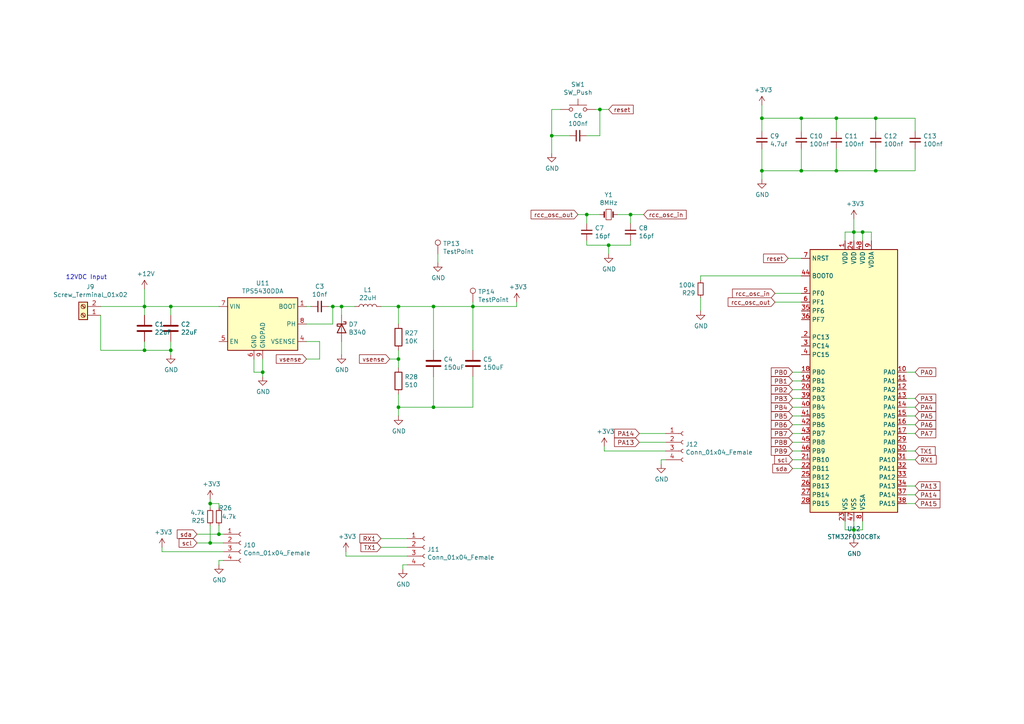
<source format=kicad_sch>
(kicad_sch (version 20230121) (generator eeschema)
  (paper "A4")
  (lib_symbols
    (symbol "Connector:Screw_Terminal_01x02" (pin_names (offset 1.016) hide)
      (property "Reference" "J" (at 0 2.54 0))
      (property "Value" "Screw_Terminal_01x02" (at 0 -5.08 0))
      (symbol "Screw_Terminal_01x02_1_1"
        (rectangle (start -1.27 1.27) (end 1.27 -3.81) (stroke (width 0.254)) (fill (type background)))
        (circle (center 0 -2.54) (radius 0.635) (stroke (width 0.1524)))
        (polyline (pts (xy -0.5334 -2.2098) (xy 0.3302 -3.048)) (stroke (width 0.1524)))
        (polyline (pts (xy -0.5334 0.3302) (xy 0.3302 -0.508)) (stroke (width 0.1524)))
        (polyline (pts (xy -0.3556 -2.032) (xy 0.508 -2.8702)) (stroke (width 0.1524)))
        (polyline (pts (xy -0.3556 0.508) (xy 0.508 -0.3302)) (stroke (width 0.1524)))
        (circle (center 0 0) (radius 0.635) (stroke (width 0.1524)))
        (pin passive line (at -5.08 0 0) (length 3.81) (name "Pin_1") (number "1"))
        (pin passive line (at -5.08 -2.54 0) (length 3.81) (name "Pin_2") (number "2"))
      )
    )
    (symbol "Connector:TestPoint" (pin_numbers hide) (pin_names (offset 0.762) hide)
      (property "Reference" "TP" (at 0 6.858 0))
      (property "Value" "TestPoint" (at 0 5.08 0))
      (symbol "TestPoint_0_1"
        (circle (center 0 3.302) (radius 0.762))
      )
      (symbol "TestPoint_1_1"
        (pin passive line (at 0 0 90) (length 2.54) (name "1") (number "1"))
      )
    )
    (symbol "Device:C" (pin_numbers hide) (pin_names (offset 0.254))
      (property "Reference" "C" (at 0.635 2.54 0))
      (property "Value" "C" (at 0.635 -2.54 0))
      (symbol "C_0_1"
        (polyline (pts (xy -2.032 -0.762) (xy 2.032 -0.762)) (stroke (width 0.508)))
        (polyline (pts (xy -2.032 0.762) (xy 2.032 0.762)) (stroke (width 0.508)))
      )
      (symbol "C_1_1"
        (pin passive line (at 0 3.81 270) (length 2.794) (name "~") (number "1"))
        (pin passive line (at 0 -3.81 90) (length 2.794) (name "~") (number "2"))
      )
    )
    (symbol "Device:C_Small" (pin_numbers hide) (pin_names (offset 0.254) hide)
      (property "Reference" "C" (at 0.254 1.778 0))
      (property "Value" "C_Small" (at 0.254 -2.032 0))
      (symbol "C_Small_0_1"
        (polyline (pts (xy -1.524 -0.508) (xy 1.524 -0.508)) (stroke (width 0.3302)))
        (polyline (pts (xy -1.524 0.508) (xy 1.524 0.508)) (stroke (width 0.3048)))
      )
      (symbol "C_Small_1_1"
        (pin passive line (at 0 2.54 270) (length 2.032) (name "~") (number "1"))
        (pin passive line (at 0 -2.54 90) (length 2.032) (name "~") (number "2"))
      )
    )
    (symbol "Device:Crystal_Small" (pin_numbers hide) (pin_names (offset 1.016) hide)
      (property "Reference" "Y" (at 0 2.54 0))
      (property "Value" "Crystal_Small" (at 0 -2.54 0))
      (symbol "Crystal_Small_0_1"
        (rectangle (start -0.762 -1.524) (end 0.762 1.524))
        (polyline (pts (xy -1.27 -0.762) (xy -1.27 0.762)) (stroke (width 0.381)))
        (polyline (pts (xy 1.27 -0.762) (xy 1.27 0.762)) (stroke (width 0.381)))
      )
      (symbol "Crystal_Small_1_1"
        (pin passive line (at -2.54 0 0) (length 1.27) (name "1") (number "1"))
        (pin passive line (at 2.54 0 180) (length 1.27) (name "2") (number "2"))
      )
    )
    (symbol "Device:L" (pin_numbers hide) (pin_names (offset 1.016) hide)
      (property "Reference" "L" (at -1.27 0 90))
      (property "Value" "L" (at 1.905 0 90))
      (symbol "L_0_1"
        (arc (start 0 -2.54) (mid 0.6323 -1.905) (end 0 -1.27))
        (arc (start 0 -1.27) (mid 0.6323 -0.635) (end 0 0))
        (arc (start 0 0) (mid 0.6323 0.635) (end 0 1.27))
        (arc (start 0 1.27) (mid 0.6323 1.905) (end 0 2.54))
      )
      (symbol "L_1_1"
        (pin passive line (at 0 3.81 270) (length 1.27) (name "1") (number "1"))
        (pin passive line (at 0 -3.81 90) (length 1.27) (name "2") (number "2"))
      )
    )
    (symbol "Device:R" (pin_numbers hide) (pin_names (offset 0))
      (property "Reference" "R" (at 2.032 0 90))
      (property "Value" "R" (at 0 0 90))
      (symbol "R_0_1"
        (rectangle (start -1.016 -2.54) (end 1.016 2.54) (stroke (width 0.254)))
      )
      (symbol "R_1_1"
        (pin passive line (at 0 3.81 270) (length 1.27) (name "~") (number "1"))
        (pin passive line (at 0 -3.81 90) (length 1.27) (name "~") (number "2"))
      )
    )
    (symbol "Device:R_Small" (pin_numbers hide) (pin_names (offset 0.254) hide)
      (property "Reference" "R" (at 0.762 0.508 0))
      (property "Value" "R_Small" (at 0.762 -1.016 0))
      (symbol "R_Small_0_1"
        (rectangle (start -0.762 1.778) (end 0.762 -1.778) (stroke (width 0.2032)))
      )
      (symbol "R_Small_1_1"
        (pin passive line (at 0 2.54 270) (length 0.762) (name "~") (number "1"))
        (pin passive line (at 0 -2.54 90) (length 0.762) (name "~") (number "2"))
      )
    )
    (symbol "Diode:B340" (pin_numbers hide) (pin_names (offset 1.016) hide)
      (property "Reference" "D" (at 0 2.54 0))
      (property "Value" "B340" (at 0 -2.54 0))
      (symbol "B340_0_1"
        (polyline (pts (xy 1.27 0) (xy -1.27 0)))
        (polyline (pts (xy 1.27 1.27) (xy 1.27 -1.27) (xy -1.27 0) (xy 1.27 1.27)) (stroke (width 0.254)))
        (polyline (pts (xy -1.905 0.635) (xy -1.905 1.27) (xy -1.27 1.27) (xy -1.27 -1.27) (xy -0.635 -1.27) (xy -0.635 -0.635)) (stroke (width 0.254)))
      )
      (symbol "B340_1_1"
        (pin passive line (at -3.81 0 0) (length 2.54) (name "K") (number "1"))
        (pin passive line (at 3.81 0 180) (length 2.54) (name "A") (number "2"))
      )
    )
    (symbol "Regulator_Switching:TPS5430DDA"
      (property "Reference" "U" (at -10.16 8.89 0))
      (property "Value" "TPS5430DDA" (at -1.27 8.89 0))
      (symbol "TPS5430DDA_0_1"
        (rectangle (start -10.16 7.62) (end 10.16 -7.62) (stroke (width 0.254)) (fill (type background)))
      )
      (symbol "TPS5430DDA_1_1"
        (pin input line (at 12.7 5.08 180) (length 2.54) (name "BOOT") (number "1"))
        (pin no_connect line (at -10.16 2.54 0) (length 2.54) hide (name "NC") (number "2"))
        (pin no_connect line (at -10.16 -2.54 0) (length 2.54) hide (name "NC") (number "3"))
        (pin input line (at 12.7 -5.08 180) (length 2.54) (name "VSENSE") (number "4"))
        (pin input line (at -12.7 -5.08 0) (length 2.54) (name "EN") (number "5"))
        (pin power_in line (at -2.54 -10.16 90) (length 2.54) (name "GND") (number "6"))
        (pin power_in line (at -12.7 5.08 0) (length 2.54) (name "VIN") (number "7"))
        (pin output line (at 12.7 0 180) (length 2.54) (name "PH") (number "8"))
        (pin power_in line (at 0 -10.16 90) (length 2.54) (name "GNDPAD") (number "9"))
      )
    )
    (symbol "Switch:SW_Push" (pin_numbers hide) (pin_names (offset 1.016) hide)
      (property "Reference" "SW" (at 1.27 2.54 0))
      (property "Value" "SW_Push" (at 0 -1.524 0))
      (symbol "SW_Push_0_1"
        (circle (center -2.032 0) (radius 0.508))
        (polyline (pts (xy 0 1.27) (xy 0 3.048)))
        (polyline (pts (xy 2.54 1.27) (xy -2.54 1.27)))
        (circle (center 2.032 0) (radius 0.508))
        (pin passive line (at -5.08 0 0) (length 2.54) (name "1") (number "1"))
        (pin passive line (at 5.08 0 180) (length 2.54) (name "2") (number "2"))
      )
    )
    (symbol "jac_board-rescue:+3.3V-power" (power) (pin_names (offset 0))
      (property "Value" "+3.3V-power" (at 0 3.556 0))
      (symbol "+3.3V-power_0_1"
        (polyline (pts (xy -0.762 1.27) (xy 0 2.54)))
        (polyline (pts (xy 0 0) (xy 0 2.54)))
        (polyline (pts (xy 0 2.54) (xy 0.762 1.27)))
      )
      (symbol "+3.3V-power_1_1"
        (pin power_in line (at 0 0 90) (length 0) hide (name "+3V3") (number "1"))
      )
    )
    (symbol "jac_board-rescue:Conn_01x04_Female-Connector" (pin_names (offset 1.016) hide)
      (property "Reference" "J" (at 0 5.08 0))
      (property "Value" "Connector_Conn_01x04_Female" (at 0 -7.62 0))
      (symbol "Conn_01x04_Female-Connector_1_1"
        (arc (start 0 -4.572) (mid -0.5058 -5.08) (end 0 -5.588) (stroke (width 0.1524)))
        (arc (start 0 -2.032) (mid -0.5058 -2.54) (end 0 -3.048) (stroke (width 0.1524)))
        (polyline (pts (xy -1.27 -5.08) (xy -0.508 -5.08)) (stroke (width 0.1524)))
        (polyline (pts (xy -1.27 -2.54) (xy -0.508 -2.54)) (stroke (width 0.1524)))
        (polyline (pts (xy -1.27 0) (xy -0.508 0)) (stroke (width 0.1524)))
        (polyline (pts (xy -1.27 2.54) (xy -0.508 2.54)) (stroke (width 0.1524)))
        (arc (start 0 0.508) (mid -0.5058 0) (end 0 -0.508) (stroke (width 0.1524)))
        (arc (start 0 3.048) (mid -0.5058 2.54) (end 0 2.032) (stroke (width 0.1524)))
        (pin passive line (at -5.08 2.54 0) (length 3.81) (name "Pin_1") (number "1"))
        (pin passive line (at -5.08 0 0) (length 3.81) (name "Pin_2") (number "2"))
        (pin passive line (at -5.08 -2.54 0) (length 3.81) (name "Pin_3") (number "3"))
        (pin passive line (at -5.08 -5.08 0) (length 3.81) (name "Pin_4") (number "4"))
      )
    )
    (symbol "jac_board-rescue:STM32F030C8Tx-MCU_ST_STM32F0"
      (property "Reference" "U" (at -12.7 39.37 0))
      (property "Value" "MCU_ST_STM32F0_STM32F030C8Tx" (at 7.62 39.37 0))
      (symbol "STM32F030C8Tx-MCU_ST_STM32F0_0_1"
        (rectangle (start -12.7 -38.1) (end 12.7 38.1) (stroke (width 0.254)) (fill (type background)))
      )
      (symbol "STM32F030C8Tx-MCU_ST_STM32F0_1_1"
        (pin power_in line (at -2.54 40.64 270) (length 2.54) (name "VDD") (number "1"))
        (pin bidirectional line (at 15.24 2.54 180) (length 2.54) (name "PA0") (number "10"))
        (pin bidirectional line (at 15.24 0 180) (length 2.54) (name "PA1") (number "11"))
        (pin bidirectional line (at 15.24 -2.54 180) (length 2.54) (name "PA2") (number "12"))
        (pin bidirectional line (at 15.24 -5.08 180) (length 2.54) (name "PA3") (number "13"))
        (pin bidirectional line (at 15.24 -7.62 180) (length 2.54) (name "PA4") (number "14"))
        (pin bidirectional line (at 15.24 -10.16 180) (length 2.54) (name "PA5") (number "15"))
        (pin bidirectional line (at 15.24 -12.7 180) (length 2.54) (name "PA6") (number "16"))
        (pin bidirectional line (at 15.24 -15.24 180) (length 2.54) (name "PA7") (number "17"))
        (pin bidirectional line (at -15.24 2.54 0) (length 2.54) (name "PB0") (number "18"))
        (pin bidirectional line (at -15.24 0 0) (length 2.54) (name "PB1") (number "19"))
        (pin bidirectional line (at -15.24 12.7 0) (length 2.54) (name "PC13") (number "2"))
        (pin bidirectional line (at -15.24 -2.54 0) (length 2.54) (name "PB2") (number "20"))
        (pin bidirectional line (at -15.24 -22.86 0) (length 2.54) (name "PB10") (number "21"))
        (pin bidirectional line (at -15.24 -25.4 0) (length 2.54) (name "PB11") (number "22"))
        (pin power_in line (at -2.54 -40.64 90) (length 2.54) (name "VSS") (number "23"))
        (pin power_in line (at 0 40.64 270) (length 2.54) (name "VDD") (number "24"))
        (pin bidirectional line (at -15.24 -27.94 0) (length 2.54) (name "PB12") (number "25"))
        (pin bidirectional line (at -15.24 -30.48 0) (length 2.54) (name "PB13") (number "26"))
        (pin bidirectional line (at -15.24 -33.02 0) (length 2.54) (name "PB14") (number "27"))
        (pin bidirectional line (at -15.24 -35.56 0) (length 2.54) (name "PB15") (number "28"))
        (pin bidirectional line (at 15.24 -17.78 180) (length 2.54) (name "PA8") (number "29"))
        (pin bidirectional line (at -15.24 10.16 0) (length 2.54) (name "PC14") (number "3"))
        (pin bidirectional line (at 15.24 -20.32 180) (length 2.54) (name "PA9") (number "30"))
        (pin bidirectional line (at 15.24 -22.86 180) (length 2.54) (name "PA10") (number "31"))
        (pin bidirectional line (at 15.24 -25.4 180) (length 2.54) (name "PA11") (number "32"))
        (pin bidirectional line (at 15.24 -27.94 180) (length 2.54) (name "PA12") (number "33"))
        (pin bidirectional line (at 15.24 -30.48 180) (length 2.54) (name "PA13") (number "34"))
        (pin bidirectional line (at -15.24 20.32 0) (length 2.54) (name "PF6") (number "35"))
        (pin bidirectional line (at -15.24 17.78 0) (length 2.54) (name "PF7") (number "36"))
        (pin bidirectional line (at 15.24 -33.02 180) (length 2.54) (name "PA14") (number "37"))
        (pin bidirectional line (at 15.24 -35.56 180) (length 2.54) (name "PA15") (number "38"))
        (pin bidirectional line (at -15.24 -5.08 0) (length 2.54) (name "PB3") (number "39"))
        (pin bidirectional line (at -15.24 7.62 0) (length 2.54) (name "PC15") (number "4"))
        (pin bidirectional line (at -15.24 -7.62 0) (length 2.54) (name "PB4") (number "40"))
        (pin bidirectional line (at -15.24 -10.16 0) (length 2.54) (name "PB5") (number "41"))
        (pin bidirectional line (at -15.24 -12.7 0) (length 2.54) (name "PB6") (number "42"))
        (pin bidirectional line (at -15.24 -15.24 0) (length 2.54) (name "PB7") (number "43"))
        (pin input line (at -15.24 30.48 0) (length 2.54) (name "BOOT0") (number "44"))
        (pin bidirectional line (at -15.24 -17.78 0) (length 2.54) (name "PB8") (number "45"))
        (pin bidirectional line (at -15.24 -20.32 0) (length 2.54) (name "PB9") (number "46"))
        (pin power_in line (at 0 -40.64 90) (length 2.54) (name "VSS") (number "47"))
        (pin power_in line (at 2.54 40.64 270) (length 2.54) (name "VDD") (number "48"))
        (pin input line (at -15.24 25.4 0) (length 2.54) (name "PF0") (number "5"))
        (pin input line (at -15.24 22.86 0) (length 2.54) (name "PF1") (number "6"))
        (pin input line (at -15.24 35.56 0) (length 2.54) (name "NRST") (number "7"))
        (pin power_in line (at 2.54 -40.64 90) (length 2.54) (name "VSSA") (number "8"))
        (pin power_in line (at 5.08 40.64 270) (length 2.54) (name "VDDA") (number "9"))
      )
    )
    (symbol "power:+12V" (power) (pin_names (offset 0))
      (property "Value" "+12V" (at 0 3.556 0))
      (symbol "+12V_0_1"
        (polyline (pts (xy -0.762 1.27) (xy 0 2.54)))
        (polyline (pts (xy 0 0) (xy 0 2.54)))
        (polyline (pts (xy 0 2.54) (xy 0.762 1.27)))
      )
      (symbol "+12V_1_1"
        (pin power_in line (at 0 0 90) (length 0) hide (name "+12V") (number "1"))
      )
    )
    (symbol "power:GND" (power) (pin_names (offset 0))
      (property "Value" "GND" (at 0 -3.81 0))
      (symbol "GND_0_1"
        (polyline (pts (xy 0 0) (xy 0 -1.27) (xy 1.27 -1.27) (xy 0 -2.54) (xy -1.27 -1.27) (xy 0 -1.27)))
      )
      (symbol "GND_1_1"
        (pin power_in line (at 0 0 270) (length 0) hide (name "GND") (number "1"))
      )
    )
  )
  (junction (at 220.98 49.53))
  (junction (at 242.57 49.53))
  (junction (at 232.41 49.53))
  (junction (at 137.16 88.9))
  (junction (at 254 34.29))
  (junction (at 125.73 88.9))
  (junction (at 115.57 88.9))
  (junction (at 182.88 62.23))
  (junction (at 49.53 101.6))
  (junction (at 41.91 101.6))
  (junction (at 242.57 34.29))
  (junction (at 41.91 88.9))
  (junction (at 76.2 107.95))
  (junction (at 125.73 118.11))
  (junction (at 247.65 153.67))
  (junction (at 176.53 71.12))
  (junction (at 60.96 157.48))
  (junction (at 60.96 146.05))
  (junction (at 232.41 34.29))
  (junction (at 160.02 39.37))
  (junction (at 220.98 34.29))
  (junction (at 99.06 88.9))
  (junction (at 115.57 104.14))
  (junction (at 63.5 154.94))
  (junction (at 250.19 67.31))
  (junction (at 170.18 62.23))
  (junction (at 49.53 88.9))
  (junction (at 173.99 31.75))
  (junction (at 115.57 118.11))
  (junction (at 247.65 67.31))
  (junction (at 254 49.53))
  (junction (at 96.52 88.9))
  (wire (pts (xy 250.19 69.85) (xy 250.19 67.31)))
  (wire (pts (xy 232.41 38.1) (xy 232.41 34.29)))
  (wire (pts (xy 125.73 88.9) (xy 115.57 88.9)))
  (wire (pts (xy 250.19 67.31) (xy 252.73 67.31)))
  (wire (pts (xy 173.99 62.23) (xy 170.18 62.23)))
  (wire (pts (xy 247.65 156.21) (xy 247.65 153.67)))
  (wire (pts (xy 88.9 93.98) (xy 96.52 93.98)))
  (wire (pts (xy 63.5 146.05) (xy 60.96 146.05)))
  (wire (pts (xy 160.02 31.75) (xy 160.02 39.37)))
  (wire (pts (xy 115.57 120.65) (xy 115.57 118.11)))
  (wire (pts (xy 167.64 62.23) (xy 170.18 62.23)))
  (wire (pts (xy 170.18 62.23) (xy 170.18 64.77)))
  (wire (pts (xy 88.9 99.06) (xy 92.71 99.06)))
  (wire (pts (xy 250.19 153.67) (xy 250.19 151.13)))
  (wire (pts (xy 254 38.1) (xy 254 34.29)))
  (wire (pts (xy 265.43 133.35) (xy 262.89 133.35)))
  (wire (pts (xy 232.41 49.53) (xy 242.57 49.53)))
  (wire (pts (xy 96.52 93.98) (xy 96.52 88.9)))
  (wire (pts (xy 220.98 30.48) (xy 220.98 34.29)))
  (wire (pts (xy 115.57 93.98) (xy 115.57 88.9)))
  (wire (pts (xy 265.43 146.05) (xy 262.89 146.05)))
  (wire (pts (xy 125.73 118.11) (xy 125.73 109.22)))
  (wire (pts (xy 254 49.53) (xy 265.43 49.53)))
  (wire (pts (xy 127 76.2) (xy 127 73.66)))
  (wire (pts (xy 220.98 43.18) (xy 220.98 49.53)))
  (wire (pts (xy 229.87 135.89) (xy 232.41 135.89)))
  (wire (pts (xy 73.66 104.14) (xy 73.66 107.95)))
  (wire (pts (xy 170.18 69.85) (xy 170.18 71.12)))
  (wire (pts (xy 137.16 88.9) (xy 125.73 88.9)))
  (wire (pts (xy 229.87 130.81) (xy 232.41 130.81)))
  (wire (pts (xy 176.53 31.75) (xy 173.99 31.75)))
  (wire (pts (xy 57.15 154.94) (xy 63.5 154.94)))
  (wire (pts (xy 60.96 147.32) (xy 60.96 146.05)))
  (wire (pts (xy 220.98 38.1) (xy 220.98 34.29)))
  (wire (pts (xy 229.87 123.19) (xy 232.41 123.19)))
  (wire (pts (xy 203.2 86.36) (xy 203.2 90.17)))
  (wire (pts (xy 254 43.18) (xy 254 49.53)))
  (wire (pts (xy 102.87 88.9) (xy 99.06 88.9)))
  (wire (pts (xy 76.2 109.22) (xy 76.2 107.95)))
  (wire (pts (xy 115.57 88.9) (xy 110.49 88.9)))
  (wire (pts (xy 182.88 69.85) (xy 182.88 71.12)))
  (wire (pts (xy 247.65 69.85) (xy 247.65 67.31)))
  (wire (pts (xy 170.18 39.37) (xy 173.99 39.37)))
  (wire (pts (xy 49.53 91.44) (xy 49.53 88.9)))
  (wire (pts (xy 265.43 115.57) (xy 262.89 115.57)))
  (wire (pts (xy 60.96 152.4) (xy 60.96 157.48)))
  (wire (pts (xy 245.11 67.31) (xy 247.65 67.31)))
  (wire (pts (xy 116.84 163.83) (xy 116.84 165.1)))
  (wire (pts (xy 49.53 88.9) (xy 63.5 88.9)))
  (wire (pts (xy 247.65 151.13) (xy 247.65 153.67)))
  (wire (pts (xy 99.06 88.9) (xy 96.52 88.9)))
  (wire (pts (xy 41.91 88.9) (xy 49.53 88.9)))
  (wire (pts (xy 137.16 109.22) (xy 137.16 118.11)))
  (wire (pts (xy 182.88 62.23) (xy 179.07 62.23)))
  (wire (pts (xy 265.43 118.11) (xy 262.89 118.11)))
  (wire (pts (xy 247.65 67.31) (xy 250.19 67.31)))
  (wire (pts (xy 46.99 160.02) (xy 46.99 158.75)))
  (wire (pts (xy 137.16 101.6) (xy 137.16 88.9)))
  (wire (pts (xy 265.43 140.97) (xy 262.89 140.97)))
  (wire (pts (xy 229.87 113.03) (xy 232.41 113.03)))
  (wire (pts (xy 41.91 83.82) (xy 41.91 88.9)))
  (wire (pts (xy 100.33 161.29) (xy 100.33 160.02)))
  (wire (pts (xy 232.41 43.18) (xy 232.41 49.53)))
  (wire (pts (xy 160.02 39.37) (xy 165.1 39.37)))
  (wire (pts (xy 228.6 74.93) (xy 232.41 74.93)))
  (wire (pts (xy 252.73 67.31) (xy 252.73 69.85)))
  (wire (pts (xy 242.57 34.29) (xy 254 34.29)))
  (wire (pts (xy 229.87 115.57) (xy 232.41 115.57)))
  (wire (pts (xy 76.2 107.95) (xy 76.2 104.14)))
  (wire (pts (xy 265.43 34.29) (xy 265.43 38.1)))
  (wire (pts (xy 64.77 160.02) (xy 46.99 160.02)))
  (wire (pts (xy 232.41 80.01) (xy 203.2 80.01)))
  (wire (pts (xy 191.77 133.35) (xy 191.77 134.62)))
  (wire (pts (xy 229.87 133.35) (xy 232.41 133.35)))
  (wire (pts (xy 57.15 157.48) (xy 60.96 157.48)))
  (wire (pts (xy 186.69 62.23) (xy 182.88 62.23)))
  (wire (pts (xy 115.57 106.68) (xy 115.57 104.14)))
  (wire (pts (xy 232.41 34.29) (xy 242.57 34.29)))
  (wire (pts (xy 242.57 49.53) (xy 254 49.53)))
  (wire (pts (xy 245.11 151.13) (xy 245.11 153.67)))
  (wire (pts (xy 245.11 69.85) (xy 245.11 67.31)))
  (wire (pts (xy 118.11 163.83) (xy 116.84 163.83)))
  (wire (pts (xy 175.26 130.81) (xy 175.26 129.54)))
  (wire (pts (xy 73.66 107.95) (xy 76.2 107.95)))
  (wire (pts (xy 162.56 31.75) (xy 160.02 31.75)))
  (wire (pts (xy 245.11 153.67) (xy 247.65 153.67)))
  (wire (pts (xy 63.5 162.56) (xy 63.5 163.83)))
  (wire (pts (xy 160.02 44.45) (xy 160.02 39.37)))
  (wire (pts (xy 185.42 128.27) (xy 193.04 128.27)))
  (wire (pts (xy 265.43 107.95) (xy 262.89 107.95)))
  (wire (pts (xy 60.96 157.48) (xy 64.77 157.48)))
  (wire (pts (xy 203.2 80.01) (xy 203.2 81.28)))
  (wire (pts (xy 63.5 152.4) (xy 63.5 154.94)))
  (wire (pts (xy 182.88 71.12) (xy 176.53 71.12)))
  (wire (pts (xy 242.57 43.18) (xy 242.57 49.53)))
  (wire (pts (xy 193.04 133.35) (xy 191.77 133.35)))
  (wire (pts (xy 247.65 153.67) (xy 250.19 153.67)))
  (wire (pts (xy 229.87 120.65) (xy 232.41 120.65)))
  (wire (pts (xy 265.43 143.51) (xy 262.89 143.51)))
  (wire (pts (xy 262.89 125.73) (xy 265.43 125.73)))
  (wire (pts (xy 96.52 88.9) (xy 95.25 88.9)))
  (wire (pts (xy 229.87 125.73) (xy 232.41 125.73)))
  (wire (pts (xy 229.87 128.27) (xy 232.41 128.27)))
  (wire (pts (xy 185.42 125.73) (xy 193.04 125.73)))
  (wire (pts (xy 137.16 87.63) (xy 137.16 88.9)))
  (wire (pts (xy 115.57 104.14) (xy 115.57 101.6)))
  (wire (pts (xy 92.71 99.06) (xy 92.71 104.14)))
  (wire (pts (xy 64.77 162.56) (xy 63.5 162.56)))
  (wire (pts (xy 242.57 38.1) (xy 242.57 34.29)))
  (wire (pts (xy 88.9 104.14) (xy 92.71 104.14)))
  (wire (pts (xy 49.53 102.87) (xy 49.53 101.6)))
  (wire (pts (xy 262.89 120.65) (xy 265.43 120.65)))
  (wire (pts (xy 265.43 130.81) (xy 262.89 130.81)))
  (wire (pts (xy 220.98 49.53) (xy 232.41 49.53)))
  (wire (pts (xy 29.21 88.9) (xy 41.91 88.9)))
  (wire (pts (xy 99.06 91.44) (xy 99.06 88.9)))
  (wire (pts (xy 49.53 101.6) (xy 49.53 99.06)))
  (wire (pts (xy 262.89 123.19) (xy 265.43 123.19)))
  (wire (pts (xy 173.99 39.37) (xy 173.99 31.75)))
  (wire (pts (xy 229.87 118.11) (xy 232.41 118.11)))
  (wire (pts (xy 113.03 104.14) (xy 115.57 104.14)))
  (wire (pts (xy 88.9 88.9) (xy 90.17 88.9)))
  (wire (pts (xy 137.16 118.11) (xy 125.73 118.11)))
  (wire (pts (xy 170.18 71.12) (xy 176.53 71.12)))
  (wire (pts (xy 41.91 91.44) (xy 41.91 88.9)))
  (wire (pts (xy 115.57 118.11) (xy 125.73 118.11)))
  (wire (pts (xy 110.49 158.75) (xy 118.11 158.75)))
  (wire (pts (xy 149.86 88.9) (xy 137.16 88.9)))
  (wire (pts (xy 63.5 147.32) (xy 63.5 146.05)))
  (wire (pts (xy 118.11 161.29) (xy 100.33 161.29)))
  (wire (pts (xy 176.53 71.12) (xy 176.53 73.66)))
  (wire (pts (xy 229.87 107.95) (xy 232.41 107.95)))
  (wire (pts (xy 63.5 154.94) (xy 64.77 154.94)))
  (wire (pts (xy 110.49 156.21) (xy 118.11 156.21)))
  (wire (pts (xy 41.91 101.6) (xy 49.53 101.6)))
  (wire (pts (xy 173.99 31.75) (xy 172.72 31.75)))
  (wire (pts (xy 224.79 85.09) (xy 232.41 85.09)))
  (wire (pts (xy 247.65 63.5) (xy 247.65 67.31)))
  (wire (pts (xy 254 34.29) (xy 265.43 34.29)))
  (wire (pts (xy 182.88 64.77) (xy 182.88 62.23)))
  (wire (pts (xy 220.98 52.07) (xy 220.98 49.53)))
  (wire (pts (xy 29.21 91.44) (xy 29.21 101.6)))
  (wire (pts (xy 29.21 101.6) (xy 41.91 101.6)))
  (wire (pts (xy 265.43 49.53) (xy 265.43 43.18)))
  (wire (pts (xy 220.98 34.29) (xy 232.41 34.29)))
  (wire (pts (xy 149.86 87.63) (xy 149.86 88.9)))
  (wire (pts (xy 229.87 110.49) (xy 232.41 110.49)))
  (wire (pts (xy 224.79 87.63) (xy 232.41 87.63)))
  (wire (pts (xy 99.06 99.06) (xy 99.06 102.87)))
  (wire (pts (xy 125.73 101.6) (xy 125.73 88.9)))
  (wire (pts (xy 193.04 130.81) (xy 175.26 130.81)))
  (wire (pts (xy 60.96 146.05) (xy 60.96 144.78)))
  (wire (pts (xy 115.57 114.3) (xy 115.57 118.11)))
  (wire (pts (xy 41.91 99.06) (xy 41.91 101.6)))
  (text "12VDC Input\n" (at 19.05 81.28 0) (effects (font (size 1.27 1.27)) (justify left bottom)))
  (global_label "PB1" (shape input) (at 229.87 110.49 180) (property "Intersheetrefs" "${INTERSHEET_REFS}" (effects hide)))
  (global_label "sda" (shape input) (at 229.87 135.89 180) (property "Intersheetrefs" "${INTERSHEET_REFS}" (effects hide)))
  (global_label "PB3" (shape input) (at 229.87 115.57 180) (property "Intersheetrefs" "${INTERSHEET_REFS}" (effects hide)))
  (global_label "rcc_osc_out" (shape input) (at 167.64 62.23 180) (property "Intersheetrefs" "${INTERSHEET_REFS}" (effects hide)))
  (global_label "sda" (shape input) (at 57.15 154.94 180) (property "Intersheetrefs" "${INTERSHEET_REFS}" (effects hide)))
  (global_label "PA6" (shape input) (at 265.43 123.19 0) (property "Intersheetrefs" "${INTERSHEET_REFS}" (effects hide)))
  (global_label "PA0" (shape input) (at 265.43 107.95 0) (property "Intersheetrefs" "${INTERSHEET_REFS}" (effects hide)))
  (global_label "PA4" (shape input) (at 265.43 118.11 0) (property "Intersheetrefs" "${INTERSHEET_REFS}" (effects hide)))
  (global_label "rcc_osc_in" (shape input) (at 186.69 62.23 0) (property "Intersheetrefs" "${INTERSHEET_REFS}" (effects hide)))
  (global_label "PA5" (shape input) (at 265.43 120.65 0) (property "Intersheetrefs" "${INTERSHEET_REFS}" (effects hide)))
  (global_label "PA13" (shape input) (at 265.43 140.97 0) (property "Intersheetrefs" "${INTERSHEET_REFS}" (effects hide)))
  (global_label "PB2" (shape input) (at 229.87 113.03 180) (property "Intersheetrefs" "${INTERSHEET_REFS}" (effects hide)))
  (global_label "PB0" (shape input) (at 229.87 107.95 180) (property "Intersheetrefs" "${INTERSHEET_REFS}" (effects hide)))
  (global_label "reset" (shape input) (at 176.53 31.75 0) (property "Intersheetrefs" "${INTERSHEET_REFS}" (effects hide)))
  (global_label "PB6" (shape input) (at 229.87 123.19 180) (property "Intersheetrefs" "${INTERSHEET_REFS}" (effects hide)))
  (global_label "TX1" (shape input) (at 265.43 130.81 0) (property "Intersheetrefs" "${INTERSHEET_REFS}" (effects hide)))
  (global_label "PB4" (shape input) (at 229.87 118.11 180) (property "Intersheetrefs" "${INTERSHEET_REFS}" (effects hide)))
  (global_label "rcc_osc_in" (shape input) (at 224.79 85.09 180) (property "Intersheetrefs" "${INTERSHEET_REFS}" (effects hide)))
  (global_label "RX1" (shape input) (at 110.49 156.21 180) (property "Intersheetrefs" "${INTERSHEET_REFS}" (effects hide)))
  (global_label "PB5" (shape input) (at 229.87 120.65 180) (property "Intersheetrefs" "${INTERSHEET_REFS}" (effects hide)))
  (global_label "PA3" (shape input) (at 265.43 115.57 0) (property "Intersheetrefs" "${INTERSHEET_REFS}" (effects hide)))
  (global_label "RX1" (shape input) (at 265.43 133.35 0) (property "Intersheetrefs" "${INTERSHEET_REFS}" (effects hide)))
  (global_label "vsense" (shape input) (at 88.9 104.14 180) (property "Intersheetrefs" "${INTERSHEET_REFS}" (effects hide)))
  (global_label "PA15" (shape input) (at 265.43 146.05 0) (property "Intersheetrefs" "${INTERSHEET_REFS}" (effects hide)))
  (global_label "scl" (shape input) (at 229.87 133.35 180) (property "Intersheetrefs" "${INTERSHEET_REFS}" (effects hide)))
  (global_label "PB7" (shape input) (at 229.87 125.73 180) (property "Intersheetrefs" "${INTERSHEET_REFS}" (effects hide)))
  (global_label "PA13" (shape input) (at 185.42 128.27 180) (property "Intersheetrefs" "${INTERSHEET_REFS}" (effects hide)))
  (global_label "PA14" (shape input) (at 185.42 125.73 180) (property "Intersheetrefs" "${INTERSHEET_REFS}" (effects hide)))
  (global_label "PB8" (shape input) (at 229.87 128.27 180) (property "Intersheetrefs" "${INTERSHEET_REFS}" (effects hide)))
  (global_label "scl" (shape input) (at 57.15 157.48 180) (property "Intersheetrefs" "${INTERSHEET_REFS}" (effects hide)))
  (global_label "vsense" (shape input) (at 113.03 104.14 180) (property "Intersheetrefs" "${INTERSHEET_REFS}" (effects hide)))
  (global_label "PA7" (shape input) (at 265.43 125.73 0) (property "Intersheetrefs" "${INTERSHEET_REFS}" (effects hide)))
  (global_label "reset" (shape input) (at 228.6 74.93 180) (property "Intersheetrefs" "${INTERSHEET_REFS}" (effects hide)))
  (global_label "TX1" (shape input) (at 110.49 158.75 180) (property "Intersheetrefs" "${INTERSHEET_REFS}" (effects hide)))
  (global_label "rcc_osc_out" (shape input) (at 224.79 87.63 180) (property "Intersheetrefs" "${INTERSHEET_REFS}" (effects hide)))
  (global_label "PA14" (shape input) (at 265.43 143.51 0) (property "Intersheetrefs" "${INTERSHEET_REFS}" (effects hide)))
  (global_label "PB9" (shape input) (at 229.87 130.81 180) (property "Intersheetrefs" "${INTERSHEET_REFS}" (effects hide)))
  (symbol (lib_id "jac_board-rescue:STM32F030C8Tx-MCU_ST_STM32F0") (at 247.65 110.49 0) (unit 1)
    (property "Reference" "U12" (at 247.65 153.3906 0))
    (property "Value" "STM32F030C8Tx" (at 247.65 155.702 0))
    (property "Footprint" "Package_QFP:LQFP-48_7x7mm_P0.5mm" (effects hide))
    (property "Datasheet" "http://www.st.com/st-web-ui/static/active/en/resource/technical/document/datasheet/DM00088500.pdf" (effects hide))
    (property "JLCPCB Part #" "C23922" (effects hide))
  )
  (symbol (lib_id "Device:C_Small") (at 265.43 40.64 0) (unit 1)
    (property "Reference" "C13" (at 267.7668 39.4716 0) (effects (justify left)))
    (property "Value" "100nf" (at 267.7668 41.783 0) (effects (justify left)))
    (property "Footprint" "Capacitor_SMD:C_0402_1005Metric" (effects hide))
    (property "JLCPCB Part #" "C15195" (effects hide))
  )
  (symbol (lib_id "Device:C_Small") (at 254 40.64 0) (unit 1)
    (property "Reference" "C12" (at 256.3368 39.4716 0) (effects (justify left)))
    (property "Value" "100nf" (at 256.3368 41.783 0) (effects (justify left)))
    (property "Footprint" "Capacitor_SMD:C_0402_1005Metric" (effects hide))
    (property "JLCPCB Part #" "C15195" (effects hide))
  )
  (symbol (lib_id "Device:C_Small") (at 242.57 40.64 0) (unit 1)
    (property "Reference" "C11" (at 244.9068 39.4716 0) (effects (justify left)))
    (property "Value" "100nf" (at 244.9068 41.783 0) (effects (justify left)))
    (property "Footprint" "Capacitor_SMD:C_0402_1005Metric" (effects hide))
    (property "JLCPCB Part #" "C15195" (effects hide))
  )
  (symbol (lib_id "Device:C_Small") (at 232.41 40.64 0) (unit 1)
    (property "Reference" "C10" (at 234.7468 39.4716 0) (effects (justify left)))
    (property "Value" "100nf" (at 234.7468 41.783 0) (effects (justify left)))
    (property "Footprint" "Capacitor_SMD:C_0402_1005Metric" (effects hide))
    (property "JLCPCB Part #" "C15195" (effects hide))
  )
  (symbol (lib_id "Device:C_Small") (at 220.98 40.64 0) (unit 1)
    (property "Reference" "C9" (at 223.3168 39.4716 0) (effects (justify left)))
    (property "Value" "4.7uf" (at 223.3168 41.783 0) (effects (justify left)))
    (property "Footprint" "Capacitor_SMD:C_0603_1608Metric" (effects hide))
    (property "JLCPCB Part #" "C19666" (effects hide))
  )
  (symbol (lib_id "jac_board-rescue:+3.3V-power") (at 220.98 30.48 0) (unit 1)
    (property "Reference" "#PWR056" (effects hide))
    (property "Value" "+3.3V" (at 221.361 26.0858 0))
  )
  (symbol (lib_id "power:GND") (at 220.98 52.07 0) (unit 1)
    (property "Reference" "#PWR057" (effects hide))
    (property "Value" "GND" (at 221.107 56.4642 0))
  )
  (symbol (lib_id "jac_board-rescue:+3.3V-power") (at 247.65 63.5 0) (unit 1)
    (property "Reference" "#PWR058" (effects hide))
    (property "Value" "+3.3V" (at 248.031 59.1058 0))
  )
  (symbol (lib_id "power:GND") (at 247.65 156.21 0) (unit 1)
    (property "Reference" "#PWR059" (effects hide))
    (property "Value" "GND" (at 247.777 160.6042 0))
  )
  (symbol (lib_id "Device:C_Small") (at 167.64 39.37 90) (unit 1)
    (property "Reference" "C6" (at 167.64 33.5534 90))
    (property "Value" "100nf" (at 167.64 35.8648 90))
    (property "Footprint" "Capacitor_SMD:C_0402_1005Metric" (effects hide))
    (property "JLCPCB Part #" "C15195" (effects hide))
  )
  (symbol (lib_id "Switch:SW_Push") (at 167.64 31.75 0) (unit 1)
    (property "Reference" "SW1" (at 167.64 24.511 0))
    (property "Value" "SW_Push" (at 167.64 26.8224 0))
    (property "Footprint" "Button_Switch_SMD:SW_SPST_EVPBF" (effects hide))
    (property "JLCPCB Part #" "C318884" (effects hide))
  )
  (symbol (lib_id "power:GND") (at 160.02 44.45 0) (unit 1)
    (property "Reference" "#PWR050" (effects hide))
    (property "Value" "GND" (at 160.147 48.8442 0))
  )
  (symbol (lib_id "Device:Crystal_Small") (at 176.53 62.23 0) (unit 1)
    (property "Reference" "Y1" (at 176.53 56.515 0))
    (property "Value" "8MHz" (at 176.53 58.8264 0))
    (property "Footprint" "Oscillator:Oscillator_SMD_Abracon_ASE-4Pin_3.2x2.5mm" (effects hide))
    (property "JLCPCB Part #" "C403948" (effects hide))
  )
  (symbol (lib_id "Device:C_Small") (at 170.18 67.31 0) (unit 1)
    (property "Reference" "C7" (at 172.5168 66.1416 0) (effects (justify left)))
    (property "Value" "16pf" (at 172.5168 68.453 0) (effects (justify left)))
    (property "Footprint" "Capacitor_SMD:C_0402_1005Metric" (effects hide))
    (property "JLCPCB Part #" "C161307" (effects hide))
  )
  (symbol (lib_id "Device:C_Small") (at 182.88 67.31 0) (unit 1)
    (property "Reference" "C8" (at 185.2168 66.1416 0) (effects (justify left)))
    (property "Value" "16pf" (at 185.2168 68.453 0) (effects (justify left)))
    (property "Footprint" "Capacitor_SMD:C_0402_1005Metric" (effects hide))
    (property "JLCPCB Part #" "C161307" (effects hide))
  )
  (symbol (lib_id "power:GND") (at 176.53 73.66 0) (unit 1)
    (property "Reference" "#PWR052" (effects hide))
    (property "Value" "GND" (at 176.657 78.0542 0))
  )
  (symbol (lib_id "Device:R_Small") (at 203.2 83.82 180) (unit 1)
    (property "Reference" "R29" (at 201.7014 84.9884 0) (effects (justify left)))
    (property "Value" "100k" (at 201.7014 82.677 0) (effects (justify left)))
    (property "Footprint" "Resistor_SMD:R_0603_1608Metric" (effects hide))
    (property "JLCPCB Part #" "C25803" (effects hide))
  )
  (symbol (lib_id "power:GND") (at 203.2 90.17 0) (unit 1)
    (property "Reference" "#PWR055" (effects hide))
    (property "Value" "GND" (at 203.327 94.5642 0))
  )
  (symbol (lib_id "jac_board-rescue:Conn_01x04_Female-Connector") (at 198.12 128.27 0) (unit 1)
    (property "Reference" "J12" (at 198.8312 128.8796 0) (effects (justify left)))
    (property "Value" "Conn_01x04_Female" (at 198.8312 131.191 0) (effects (justify left)))
    (property "Footprint" "Connector_PinHeader_2.54mm:PinHeader_1x04_P2.54mm_Vertical" (effects hide))
  )
  (symbol (lib_id "power:GND") (at 191.77 134.62 0) (unit 1)
    (property "Reference" "#PWR053" (effects hide))
    (property "Value" "GND" (at 191.897 139.0142 0))
  )
  (symbol (lib_id "jac_board-rescue:+3.3V-power") (at 175.26 129.54 0) (unit 1)
    (property "Reference" "#PWR051" (effects hide))
    (property "Value" "+3.3V" (at 175.641 125.1458 0))
  )
  (symbol (lib_id "jac_board-rescue:Conn_01x04_Female-Connector") (at 69.85 157.48 0) (unit 1)
    (property "Reference" "J10" (at 70.5612 158.0896 0) (effects (justify left)))
    (property "Value" "Conn_01x04_Female" (at 70.5612 160.401 0) (effects (justify left)))
    (property "Footprint" "Connector_PinHeader_2.54mm:PinHeader_1x04_P2.54mm_Vertical" (effects hide))
  )
  (symbol (lib_id "power:GND") (at 63.5 163.83 0) (unit 1)
    (property "Reference" "#PWR043" (effects hide))
    (property "Value" "GND" (at 63.627 168.2242 0))
  )
  (symbol (lib_id "jac_board-rescue:+3.3V-power") (at 46.99 158.75 0) (unit 1)
    (property "Reference" "#PWR040" (effects hide))
    (property "Value" "+3.3V" (at 47.371 154.3558 0))
  )
  (symbol (lib_id "jac_board-rescue:Conn_01x04_Female-Connector") (at 123.19 158.75 0) (unit 1)
    (property "Reference" "J11" (at 123.9012 159.3596 0) (effects (justify left)))
    (property "Value" "Conn_01x04_Female" (at 123.9012 161.671 0) (effects (justify left)))
    (property "Footprint" "Connector_PinHeader_2.54mm:PinHeader_1x04_P2.54mm_Vertical" (effects hide))
  )
  (symbol (lib_id "power:GND") (at 116.84 165.1 0) (unit 1)
    (property "Reference" "#PWR048" (effects hide))
    (property "Value" "GND" (at 116.967 169.4942 0))
  )
  (symbol (lib_id "jac_board-rescue:+3.3V-power") (at 100.33 160.02 0) (unit 1)
    (property "Reference" "#PWR046" (effects hide))
    (property "Value" "+3.3V" (at 100.711 155.6258 0))
  )
  (symbol (lib_id "power:+12V") (at 41.91 83.82 0) (unit 1)
    (property "Reference" "#PWR039" (effects hide))
    (property "Value" "+12V" (at 42.291 79.4258 0))
  )
  (symbol (lib_id "Device:C") (at 49.53 95.25 0) (unit 1)
    (property "Reference" "C2" (at 52.451 94.0816 0) (effects (justify left)))
    (property "Value" "22uF" (at 52.451 96.393 0) (effects (justify left)))
    (property "Footprint" "Capacitor_SMD:CP_Elec_6.3x7.7" (effects hide))
    (property "JLCPCB Part #" "C134761" (effects hide))
  )
  (symbol (lib_id "Device:C") (at 125.73 105.41 0) (unit 1)
    (property "Reference" "C4" (at 128.651 104.2416 0) (effects (justify left)))
    (property "Value" "150uF" (at 128.651 106.553 0) (effects (justify left)))
    (property "Footprint" "Capacitor_SMD:CP_Elec_6.3x5.4" (effects hide))
    (property "JLCPCB Part #" "C249598" (effects hide))
  )
  (symbol (lib_id "Device:R") (at 115.57 97.79 0) (unit 1)
    (property "Reference" "R27" (at 117.348 96.6216 0) (effects (justify left)))
    (property "Value" "10K" (at 117.348 98.933 0) (effects (justify left)))
    (property "Footprint" "Resistor_SMD:R_0603_1608Metric" (effects hide))
    (property "JLCPCB Part #" "C105030" (effects hide))
  )
  (symbol (lib_id "Device:R") (at 115.57 110.49 0) (unit 1)
    (property "Reference" "R28" (at 117.348 109.3216 0) (effects (justify left)))
    (property "Value" "510" (at 117.348 111.633 0) (effects (justify left)))
    (property "Footprint" "Resistor_SMD:R_0603_1608Metric" (effects hide))
    (property "JLCPCB Part #" "C105030" (effects hide))
  )
  (symbol (lib_id "Device:L") (at 106.68 88.9 90) (unit 1)
    (property "Reference" "L1" (at 106.68 84.074 90))
    (property "Value" "22uH" (at 106.68 86.3854 90))
    (property "Footprint" "Inductor_SMD:L_12x12mm_H6mm" (effects hide))
    (property "JLCPCB Part #" "C169385" (effects hide))
  )
  (symbol (lib_id "Device:C_Small") (at 92.71 88.9 90) (unit 1)
    (property "Reference" "C3" (at 92.71 83.0834 90))
    (property "Value" "10nf" (at 92.71 85.3948 90))
    (property "Footprint" "Capacitor_SMD:C_0603_1608Metric" (effects hide))
    (property "JLCPCB Part #" "C57112" (effects hide))
  )
  (symbol (lib_id "Connector:TestPoint") (at 137.16 87.63 0) (unit 1)
    (property "Reference" "TP14" (at 138.6332 84.6328 0) (effects (justify left)))
    (property "Value" "TestPoint" (at 138.6332 86.9442 0) (effects (justify left)))
    (property "Footprint" "TestPoint:TestPoint_Pad_2.0x2.0mm" (effects hide))
  )
  (symbol (lib_id "Connector:TestPoint") (at 127 73.66 0) (unit 1)
    (property "Reference" "TP13" (at 128.4732 70.6628 0) (effects (justify left)))
    (property "Value" "TestPoint" (at 128.4732 72.9742 0) (effects (justify left)))
    (property "Footprint" "TestPoint:TestPoint_Pad_2.0x2.0mm" (effects hide))
  )
  (symbol (lib_id "power:GND") (at 127 76.2 0) (unit 1)
    (property "Reference" "#PWR054" (effects hide))
    (property "Value" "GND" (at 127.127 80.5942 0))
  )
  (symbol (lib_id "power:GND") (at 99.06 102.87 0) (unit 1)
    (property "Reference" "#PWR045" (effects hide))
    (property "Value" "GND" (at 99.187 107.2642 0))
  )
  (symbol (lib_id "power:GND") (at 115.57 120.65 0) (unit 1)
    (property "Reference" "#PWR047" (effects hide))
    (property "Value" "GND" (at 115.697 125.0442 0))
  )
  (symbol (lib_id "power:GND") (at 76.2 109.22 0) (unit 1)
    (property "Reference" "#PWR044" (effects hide))
    (property "Value" "GND" (at 76.327 113.6142 0))
  )
  (symbol (lib_id "power:GND") (at 49.53 102.87 0) (unit 1)
    (property "Reference" "#PWR041" (effects hide))
    (property "Value" "GND" (at 49.657 107.2642 0))
  )
  (symbol (lib_id "Regulator_Switching:TPS5430DDA") (at 76.2 93.98 0) (unit 1)
    (property "Reference" "U11" (at 76.2 82.1182 0))
    (property "Value" "TPS5430DDA" (at 76.2 84.4296 0))
    (property "Footprint" "Package_SO:TI_SO-PowerPAD-8_ThermalVias" (effects hide))
    (property "Datasheet" "http://www.ti.com/lit/ds/symlink/tps5430.pdf" (effects hide))
    (property "JLCPCB Part #" "C9864" (effects hide))
  )
  (symbol (lib_id "Device:C") (at 137.16 105.41 0) (unit 1)
    (property "Reference" "C5" (at 140.081 104.2416 0) (effects (justify left)))
    (property "Value" "150uF" (at 140.081 106.553 0) (effects (justify left)))
    (property "Footprint" "Capacitor_SMD:CP_Elec_6.3x5.4" (effects hide))
    (property "JLCPCB Part #" "C249598" (effects hide))
  )
  (symbol (lib_id "Diode:B340") (at 99.06 95.25 270) (unit 1)
    (property "Reference" "D7" (at 101.092 94.0816 90) (effects (justify left)))
    (property "Value" "B340" (at 101.092 96.393 90) (effects (justify left)))
    (property "Footprint" "Diode_SMD:D_SMA" (effects hide))
    (property "Datasheet" "http://www.jameco.com/Jameco/Products/ProdDS/1538777.pdf" (effects hide))
    (property "JLCPCB Part #" "C64982" (effects hide))
  )
  (symbol (lib_id "Device:C") (at 41.91 95.25 0) (unit 1)
    (property "Reference" "C1" (at 44.831 94.0816 0) (effects (justify left)))
    (property "Value" "22uF" (at 44.831 96.393 0) (effects (justify left)))
    (property "Footprint" "Capacitor_SMD:CP_Elec_6.3x7.7" (effects hide))
    (property "JLCPCB Part #" "C134761" (effects hide))
  )
  (symbol (lib_id "jac_board-rescue:+3.3V-power") (at 149.86 87.63 0) (unit 1)
    (property "Reference" "#PWR049" (effects hide))
    (property "Value" "+3.3V" (at 150.241 83.2358 0))
  )
  (symbol (lib_id "Connector:Screw_Terminal_01x02") (at 24.13 91.44 180) (unit 1)
    (property "Reference" "J9" (at 26.2128 83.185 0))
    (property "Value" "Screw_Terminal_01x02" (at 26.2128 85.4964 0))
    (property "Footprint" "Connector_Phoenix_MC_HighVoltage:PhoenixContact_MCV_1,5_2-G-5.08_1x02_P5.08mm_Vertical" (effects hide))
  )
  (symbol (lib_id "Device:R_Small") (at 63.5 149.86 180) (unit 1)
    (property "Reference" "R26" (at 67.31 147.32 0) (effects (justify left)))
    (property "Value" "4.7k" (at 68.58 149.86 0) (effects (justify left)))
    (property "Footprint" "Resistor_SMD:R_0603_1608Metric" (effects hide))
    (property "JLCPCB Part #" "C23162" (effects hide))
  )
  (symbol (lib_id "Device:R_Small") (at 60.96 149.86 180) (unit 1)
    (property "Reference" "R25" (at 59.4614 151.0284 0) (effects (justify left)))
    (property "Value" "4.7k" (at 59.4614 148.717 0) (effects (justify left)))
    (property "Footprint" "Resistor_SMD:R_0603_1608Metric" (effects hide))
    (property "JLCPCB Part #" "C23162" (effects hide))
  )
  (symbol (lib_id "jac_board-rescue:+3.3V-power") (at 60.96 144.78 0) (unit 1)
    (property "Reference" "#PWR042" (effects hide))
    (property "Value" "+3.3V" (at 61.341 140.3858 0))
  )
)
</source>
